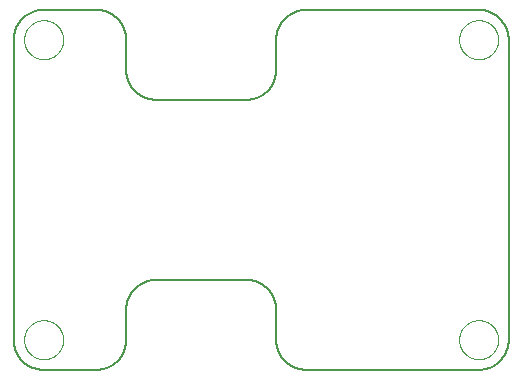
<source format=gbp>
G75*
%MOIN*%
%OFA0B0*%
%FSLAX25Y25*%
%IPPOS*%
%LPD*%
%AMOC8*
5,1,8,0,0,1.08239X$1,22.5*
%
%ADD10C,0.00800*%
%ADD11C,0.00000*%
D10*
X0012250Y0015449D02*
X0029750Y0015449D01*
X0029992Y0015452D01*
X0030233Y0015461D01*
X0030474Y0015475D01*
X0030715Y0015496D01*
X0030955Y0015522D01*
X0031195Y0015554D01*
X0031434Y0015592D01*
X0031671Y0015635D01*
X0031908Y0015685D01*
X0032143Y0015740D01*
X0032377Y0015800D01*
X0032609Y0015867D01*
X0032840Y0015938D01*
X0033069Y0016016D01*
X0033296Y0016099D01*
X0033521Y0016187D01*
X0033744Y0016281D01*
X0033964Y0016380D01*
X0034182Y0016485D01*
X0034397Y0016594D01*
X0034610Y0016709D01*
X0034820Y0016829D01*
X0035026Y0016954D01*
X0035230Y0017084D01*
X0035431Y0017219D01*
X0035628Y0017359D01*
X0035822Y0017503D01*
X0036012Y0017652D01*
X0036198Y0017806D01*
X0036381Y0017964D01*
X0036560Y0018126D01*
X0036735Y0018293D01*
X0036906Y0018464D01*
X0037073Y0018639D01*
X0037235Y0018818D01*
X0037393Y0019001D01*
X0037547Y0019187D01*
X0037696Y0019377D01*
X0037840Y0019571D01*
X0037980Y0019768D01*
X0038115Y0019969D01*
X0038245Y0020173D01*
X0038370Y0020379D01*
X0038490Y0020589D01*
X0038605Y0020802D01*
X0038714Y0021017D01*
X0038819Y0021235D01*
X0038918Y0021455D01*
X0039012Y0021678D01*
X0039100Y0021903D01*
X0039183Y0022130D01*
X0039261Y0022359D01*
X0039332Y0022590D01*
X0039399Y0022822D01*
X0039459Y0023056D01*
X0039514Y0023291D01*
X0039564Y0023528D01*
X0039607Y0023765D01*
X0039645Y0024004D01*
X0039677Y0024244D01*
X0039703Y0024484D01*
X0039724Y0024725D01*
X0039738Y0024966D01*
X0039747Y0025207D01*
X0039750Y0025449D01*
X0039750Y0035449D01*
X0039753Y0035691D01*
X0039762Y0035932D01*
X0039776Y0036173D01*
X0039797Y0036414D01*
X0039823Y0036654D01*
X0039855Y0036894D01*
X0039893Y0037133D01*
X0039936Y0037370D01*
X0039986Y0037607D01*
X0040041Y0037842D01*
X0040101Y0038076D01*
X0040168Y0038308D01*
X0040239Y0038539D01*
X0040317Y0038768D01*
X0040400Y0038995D01*
X0040488Y0039220D01*
X0040582Y0039443D01*
X0040681Y0039663D01*
X0040786Y0039881D01*
X0040895Y0040096D01*
X0041010Y0040309D01*
X0041130Y0040519D01*
X0041255Y0040725D01*
X0041385Y0040929D01*
X0041520Y0041130D01*
X0041660Y0041327D01*
X0041804Y0041521D01*
X0041953Y0041711D01*
X0042107Y0041897D01*
X0042265Y0042080D01*
X0042427Y0042259D01*
X0042594Y0042434D01*
X0042765Y0042605D01*
X0042940Y0042772D01*
X0043119Y0042934D01*
X0043302Y0043092D01*
X0043488Y0043246D01*
X0043678Y0043395D01*
X0043872Y0043539D01*
X0044069Y0043679D01*
X0044270Y0043814D01*
X0044474Y0043944D01*
X0044680Y0044069D01*
X0044890Y0044189D01*
X0045103Y0044304D01*
X0045318Y0044413D01*
X0045536Y0044518D01*
X0045756Y0044617D01*
X0045979Y0044711D01*
X0046204Y0044799D01*
X0046431Y0044882D01*
X0046660Y0044960D01*
X0046891Y0045031D01*
X0047123Y0045098D01*
X0047357Y0045158D01*
X0047592Y0045213D01*
X0047829Y0045263D01*
X0048066Y0045306D01*
X0048305Y0045344D01*
X0048545Y0045376D01*
X0048785Y0045402D01*
X0049026Y0045423D01*
X0049267Y0045437D01*
X0049508Y0045446D01*
X0049750Y0045449D01*
X0079750Y0045449D01*
X0079992Y0045446D01*
X0080233Y0045437D01*
X0080474Y0045423D01*
X0080715Y0045402D01*
X0080955Y0045376D01*
X0081195Y0045344D01*
X0081434Y0045306D01*
X0081671Y0045263D01*
X0081908Y0045213D01*
X0082143Y0045158D01*
X0082377Y0045098D01*
X0082609Y0045031D01*
X0082840Y0044960D01*
X0083069Y0044882D01*
X0083296Y0044799D01*
X0083521Y0044711D01*
X0083744Y0044617D01*
X0083964Y0044518D01*
X0084182Y0044413D01*
X0084397Y0044304D01*
X0084610Y0044189D01*
X0084820Y0044069D01*
X0085026Y0043944D01*
X0085230Y0043814D01*
X0085431Y0043679D01*
X0085628Y0043539D01*
X0085822Y0043395D01*
X0086012Y0043246D01*
X0086198Y0043092D01*
X0086381Y0042934D01*
X0086560Y0042772D01*
X0086735Y0042605D01*
X0086906Y0042434D01*
X0087073Y0042259D01*
X0087235Y0042080D01*
X0087393Y0041897D01*
X0087547Y0041711D01*
X0087696Y0041521D01*
X0087840Y0041327D01*
X0087980Y0041130D01*
X0088115Y0040929D01*
X0088245Y0040725D01*
X0088370Y0040519D01*
X0088490Y0040309D01*
X0088605Y0040096D01*
X0088714Y0039881D01*
X0088819Y0039663D01*
X0088918Y0039443D01*
X0089012Y0039220D01*
X0089100Y0038995D01*
X0089183Y0038768D01*
X0089261Y0038539D01*
X0089332Y0038308D01*
X0089399Y0038076D01*
X0089459Y0037842D01*
X0089514Y0037607D01*
X0089564Y0037370D01*
X0089607Y0037133D01*
X0089645Y0036894D01*
X0089677Y0036654D01*
X0089703Y0036414D01*
X0089724Y0036173D01*
X0089738Y0035932D01*
X0089747Y0035691D01*
X0089750Y0035449D01*
X0089750Y0025449D01*
X0089753Y0025207D01*
X0089762Y0024966D01*
X0089776Y0024725D01*
X0089797Y0024484D01*
X0089823Y0024244D01*
X0089855Y0024004D01*
X0089893Y0023765D01*
X0089936Y0023528D01*
X0089986Y0023291D01*
X0090041Y0023056D01*
X0090101Y0022822D01*
X0090168Y0022590D01*
X0090239Y0022359D01*
X0090317Y0022130D01*
X0090400Y0021903D01*
X0090488Y0021678D01*
X0090582Y0021455D01*
X0090681Y0021235D01*
X0090786Y0021017D01*
X0090895Y0020802D01*
X0091010Y0020589D01*
X0091130Y0020379D01*
X0091255Y0020173D01*
X0091385Y0019969D01*
X0091520Y0019768D01*
X0091660Y0019571D01*
X0091804Y0019377D01*
X0091953Y0019187D01*
X0092107Y0019001D01*
X0092265Y0018818D01*
X0092427Y0018639D01*
X0092594Y0018464D01*
X0092765Y0018293D01*
X0092940Y0018126D01*
X0093119Y0017964D01*
X0093302Y0017806D01*
X0093488Y0017652D01*
X0093678Y0017503D01*
X0093872Y0017359D01*
X0094069Y0017219D01*
X0094270Y0017084D01*
X0094474Y0016954D01*
X0094680Y0016829D01*
X0094890Y0016709D01*
X0095103Y0016594D01*
X0095318Y0016485D01*
X0095536Y0016380D01*
X0095756Y0016281D01*
X0095979Y0016187D01*
X0096204Y0016099D01*
X0096431Y0016016D01*
X0096660Y0015938D01*
X0096891Y0015867D01*
X0097123Y0015800D01*
X0097357Y0015740D01*
X0097592Y0015685D01*
X0097829Y0015635D01*
X0098066Y0015592D01*
X0098305Y0015554D01*
X0098545Y0015522D01*
X0098785Y0015496D01*
X0099026Y0015475D01*
X0099267Y0015461D01*
X0099508Y0015452D01*
X0099750Y0015449D01*
X0157250Y0015449D01*
X0157492Y0015452D01*
X0157733Y0015461D01*
X0157974Y0015475D01*
X0158215Y0015496D01*
X0158455Y0015522D01*
X0158695Y0015554D01*
X0158934Y0015592D01*
X0159171Y0015635D01*
X0159408Y0015685D01*
X0159643Y0015740D01*
X0159877Y0015800D01*
X0160109Y0015867D01*
X0160340Y0015938D01*
X0160569Y0016016D01*
X0160796Y0016099D01*
X0161021Y0016187D01*
X0161244Y0016281D01*
X0161464Y0016380D01*
X0161682Y0016485D01*
X0161897Y0016594D01*
X0162110Y0016709D01*
X0162320Y0016829D01*
X0162526Y0016954D01*
X0162730Y0017084D01*
X0162931Y0017219D01*
X0163128Y0017359D01*
X0163322Y0017503D01*
X0163512Y0017652D01*
X0163698Y0017806D01*
X0163881Y0017964D01*
X0164060Y0018126D01*
X0164235Y0018293D01*
X0164406Y0018464D01*
X0164573Y0018639D01*
X0164735Y0018818D01*
X0164893Y0019001D01*
X0165047Y0019187D01*
X0165196Y0019377D01*
X0165340Y0019571D01*
X0165480Y0019768D01*
X0165615Y0019969D01*
X0165745Y0020173D01*
X0165870Y0020379D01*
X0165990Y0020589D01*
X0166105Y0020802D01*
X0166214Y0021017D01*
X0166319Y0021235D01*
X0166418Y0021455D01*
X0166512Y0021678D01*
X0166600Y0021903D01*
X0166683Y0022130D01*
X0166761Y0022359D01*
X0166832Y0022590D01*
X0166899Y0022822D01*
X0166959Y0023056D01*
X0167014Y0023291D01*
X0167064Y0023528D01*
X0167107Y0023765D01*
X0167145Y0024004D01*
X0167177Y0024244D01*
X0167203Y0024484D01*
X0167224Y0024725D01*
X0167238Y0024966D01*
X0167247Y0025207D01*
X0167250Y0025449D01*
X0167250Y0125449D01*
X0167247Y0125691D01*
X0167238Y0125932D01*
X0167224Y0126173D01*
X0167203Y0126414D01*
X0167177Y0126654D01*
X0167145Y0126894D01*
X0167107Y0127133D01*
X0167064Y0127370D01*
X0167014Y0127607D01*
X0166959Y0127842D01*
X0166899Y0128076D01*
X0166832Y0128308D01*
X0166761Y0128539D01*
X0166683Y0128768D01*
X0166600Y0128995D01*
X0166512Y0129220D01*
X0166418Y0129443D01*
X0166319Y0129663D01*
X0166214Y0129881D01*
X0166105Y0130096D01*
X0165990Y0130309D01*
X0165870Y0130519D01*
X0165745Y0130725D01*
X0165615Y0130929D01*
X0165480Y0131130D01*
X0165340Y0131327D01*
X0165196Y0131521D01*
X0165047Y0131711D01*
X0164893Y0131897D01*
X0164735Y0132080D01*
X0164573Y0132259D01*
X0164406Y0132434D01*
X0164235Y0132605D01*
X0164060Y0132772D01*
X0163881Y0132934D01*
X0163698Y0133092D01*
X0163512Y0133246D01*
X0163322Y0133395D01*
X0163128Y0133539D01*
X0162931Y0133679D01*
X0162730Y0133814D01*
X0162526Y0133944D01*
X0162320Y0134069D01*
X0162110Y0134189D01*
X0161897Y0134304D01*
X0161682Y0134413D01*
X0161464Y0134518D01*
X0161244Y0134617D01*
X0161021Y0134711D01*
X0160796Y0134799D01*
X0160569Y0134882D01*
X0160340Y0134960D01*
X0160109Y0135031D01*
X0159877Y0135098D01*
X0159643Y0135158D01*
X0159408Y0135213D01*
X0159171Y0135263D01*
X0158934Y0135306D01*
X0158695Y0135344D01*
X0158455Y0135376D01*
X0158215Y0135402D01*
X0157974Y0135423D01*
X0157733Y0135437D01*
X0157492Y0135446D01*
X0157250Y0135449D01*
X0099750Y0135449D01*
X0099508Y0135446D01*
X0099267Y0135437D01*
X0099026Y0135423D01*
X0098785Y0135402D01*
X0098545Y0135376D01*
X0098305Y0135344D01*
X0098066Y0135306D01*
X0097829Y0135263D01*
X0097592Y0135213D01*
X0097357Y0135158D01*
X0097123Y0135098D01*
X0096891Y0135031D01*
X0096660Y0134960D01*
X0096431Y0134882D01*
X0096204Y0134799D01*
X0095979Y0134711D01*
X0095756Y0134617D01*
X0095536Y0134518D01*
X0095318Y0134413D01*
X0095103Y0134304D01*
X0094890Y0134189D01*
X0094680Y0134069D01*
X0094474Y0133944D01*
X0094270Y0133814D01*
X0094069Y0133679D01*
X0093872Y0133539D01*
X0093678Y0133395D01*
X0093488Y0133246D01*
X0093302Y0133092D01*
X0093119Y0132934D01*
X0092940Y0132772D01*
X0092765Y0132605D01*
X0092594Y0132434D01*
X0092427Y0132259D01*
X0092265Y0132080D01*
X0092107Y0131897D01*
X0091953Y0131711D01*
X0091804Y0131521D01*
X0091660Y0131327D01*
X0091520Y0131130D01*
X0091385Y0130929D01*
X0091255Y0130725D01*
X0091130Y0130519D01*
X0091010Y0130309D01*
X0090895Y0130096D01*
X0090786Y0129881D01*
X0090681Y0129663D01*
X0090582Y0129443D01*
X0090488Y0129220D01*
X0090400Y0128995D01*
X0090317Y0128768D01*
X0090239Y0128539D01*
X0090168Y0128308D01*
X0090101Y0128076D01*
X0090041Y0127842D01*
X0089986Y0127607D01*
X0089936Y0127370D01*
X0089893Y0127133D01*
X0089855Y0126894D01*
X0089823Y0126654D01*
X0089797Y0126414D01*
X0089776Y0126173D01*
X0089762Y0125932D01*
X0089753Y0125691D01*
X0089750Y0125449D01*
X0089750Y0115449D01*
X0089747Y0115207D01*
X0089738Y0114966D01*
X0089724Y0114725D01*
X0089703Y0114484D01*
X0089677Y0114244D01*
X0089645Y0114004D01*
X0089607Y0113765D01*
X0089564Y0113528D01*
X0089514Y0113291D01*
X0089459Y0113056D01*
X0089399Y0112822D01*
X0089332Y0112590D01*
X0089261Y0112359D01*
X0089183Y0112130D01*
X0089100Y0111903D01*
X0089012Y0111678D01*
X0088918Y0111455D01*
X0088819Y0111235D01*
X0088714Y0111017D01*
X0088605Y0110802D01*
X0088490Y0110589D01*
X0088370Y0110379D01*
X0088245Y0110173D01*
X0088115Y0109969D01*
X0087980Y0109768D01*
X0087840Y0109571D01*
X0087696Y0109377D01*
X0087547Y0109187D01*
X0087393Y0109001D01*
X0087235Y0108818D01*
X0087073Y0108639D01*
X0086906Y0108464D01*
X0086735Y0108293D01*
X0086560Y0108126D01*
X0086381Y0107964D01*
X0086198Y0107806D01*
X0086012Y0107652D01*
X0085822Y0107503D01*
X0085628Y0107359D01*
X0085431Y0107219D01*
X0085230Y0107084D01*
X0085026Y0106954D01*
X0084820Y0106829D01*
X0084610Y0106709D01*
X0084397Y0106594D01*
X0084182Y0106485D01*
X0083964Y0106380D01*
X0083744Y0106281D01*
X0083521Y0106187D01*
X0083296Y0106099D01*
X0083069Y0106016D01*
X0082840Y0105938D01*
X0082609Y0105867D01*
X0082377Y0105800D01*
X0082143Y0105740D01*
X0081908Y0105685D01*
X0081671Y0105635D01*
X0081434Y0105592D01*
X0081195Y0105554D01*
X0080955Y0105522D01*
X0080715Y0105496D01*
X0080474Y0105475D01*
X0080233Y0105461D01*
X0079992Y0105452D01*
X0079750Y0105449D01*
X0049750Y0105449D01*
X0049508Y0105452D01*
X0049267Y0105461D01*
X0049026Y0105475D01*
X0048785Y0105496D01*
X0048545Y0105522D01*
X0048305Y0105554D01*
X0048066Y0105592D01*
X0047829Y0105635D01*
X0047592Y0105685D01*
X0047357Y0105740D01*
X0047123Y0105800D01*
X0046891Y0105867D01*
X0046660Y0105938D01*
X0046431Y0106016D01*
X0046204Y0106099D01*
X0045979Y0106187D01*
X0045756Y0106281D01*
X0045536Y0106380D01*
X0045318Y0106485D01*
X0045103Y0106594D01*
X0044890Y0106709D01*
X0044680Y0106829D01*
X0044474Y0106954D01*
X0044270Y0107084D01*
X0044069Y0107219D01*
X0043872Y0107359D01*
X0043678Y0107503D01*
X0043488Y0107652D01*
X0043302Y0107806D01*
X0043119Y0107964D01*
X0042940Y0108126D01*
X0042765Y0108293D01*
X0042594Y0108464D01*
X0042427Y0108639D01*
X0042265Y0108818D01*
X0042107Y0109001D01*
X0041953Y0109187D01*
X0041804Y0109377D01*
X0041660Y0109571D01*
X0041520Y0109768D01*
X0041385Y0109969D01*
X0041255Y0110173D01*
X0041130Y0110379D01*
X0041010Y0110589D01*
X0040895Y0110802D01*
X0040786Y0111017D01*
X0040681Y0111235D01*
X0040582Y0111455D01*
X0040488Y0111678D01*
X0040400Y0111903D01*
X0040317Y0112130D01*
X0040239Y0112359D01*
X0040168Y0112590D01*
X0040101Y0112822D01*
X0040041Y0113056D01*
X0039986Y0113291D01*
X0039936Y0113528D01*
X0039893Y0113765D01*
X0039855Y0114004D01*
X0039823Y0114244D01*
X0039797Y0114484D01*
X0039776Y0114725D01*
X0039762Y0114966D01*
X0039753Y0115207D01*
X0039750Y0115449D01*
X0039750Y0125449D01*
X0039747Y0125691D01*
X0039738Y0125932D01*
X0039724Y0126173D01*
X0039703Y0126414D01*
X0039677Y0126654D01*
X0039645Y0126894D01*
X0039607Y0127133D01*
X0039564Y0127370D01*
X0039514Y0127607D01*
X0039459Y0127842D01*
X0039399Y0128076D01*
X0039332Y0128308D01*
X0039261Y0128539D01*
X0039183Y0128768D01*
X0039100Y0128995D01*
X0039012Y0129220D01*
X0038918Y0129443D01*
X0038819Y0129663D01*
X0038714Y0129881D01*
X0038605Y0130096D01*
X0038490Y0130309D01*
X0038370Y0130519D01*
X0038245Y0130725D01*
X0038115Y0130929D01*
X0037980Y0131130D01*
X0037840Y0131327D01*
X0037696Y0131521D01*
X0037547Y0131711D01*
X0037393Y0131897D01*
X0037235Y0132080D01*
X0037073Y0132259D01*
X0036906Y0132434D01*
X0036735Y0132605D01*
X0036560Y0132772D01*
X0036381Y0132934D01*
X0036198Y0133092D01*
X0036012Y0133246D01*
X0035822Y0133395D01*
X0035628Y0133539D01*
X0035431Y0133679D01*
X0035230Y0133814D01*
X0035026Y0133944D01*
X0034820Y0134069D01*
X0034610Y0134189D01*
X0034397Y0134304D01*
X0034182Y0134413D01*
X0033964Y0134518D01*
X0033744Y0134617D01*
X0033521Y0134711D01*
X0033296Y0134799D01*
X0033069Y0134882D01*
X0032840Y0134960D01*
X0032609Y0135031D01*
X0032377Y0135098D01*
X0032143Y0135158D01*
X0031908Y0135213D01*
X0031671Y0135263D01*
X0031434Y0135306D01*
X0031195Y0135344D01*
X0030955Y0135376D01*
X0030715Y0135402D01*
X0030474Y0135423D01*
X0030233Y0135437D01*
X0029992Y0135446D01*
X0029750Y0135449D01*
X0012250Y0135449D01*
X0012008Y0135446D01*
X0011767Y0135437D01*
X0011526Y0135423D01*
X0011285Y0135402D01*
X0011045Y0135376D01*
X0010805Y0135344D01*
X0010566Y0135306D01*
X0010329Y0135263D01*
X0010092Y0135213D01*
X0009857Y0135158D01*
X0009623Y0135098D01*
X0009391Y0135031D01*
X0009160Y0134960D01*
X0008931Y0134882D01*
X0008704Y0134799D01*
X0008479Y0134711D01*
X0008256Y0134617D01*
X0008036Y0134518D01*
X0007818Y0134413D01*
X0007603Y0134304D01*
X0007390Y0134189D01*
X0007180Y0134069D01*
X0006974Y0133944D01*
X0006770Y0133814D01*
X0006569Y0133679D01*
X0006372Y0133539D01*
X0006178Y0133395D01*
X0005988Y0133246D01*
X0005802Y0133092D01*
X0005619Y0132934D01*
X0005440Y0132772D01*
X0005265Y0132605D01*
X0005094Y0132434D01*
X0004927Y0132259D01*
X0004765Y0132080D01*
X0004607Y0131897D01*
X0004453Y0131711D01*
X0004304Y0131521D01*
X0004160Y0131327D01*
X0004020Y0131130D01*
X0003885Y0130929D01*
X0003755Y0130725D01*
X0003630Y0130519D01*
X0003510Y0130309D01*
X0003395Y0130096D01*
X0003286Y0129881D01*
X0003181Y0129663D01*
X0003082Y0129443D01*
X0002988Y0129220D01*
X0002900Y0128995D01*
X0002817Y0128768D01*
X0002739Y0128539D01*
X0002668Y0128308D01*
X0002601Y0128076D01*
X0002541Y0127842D01*
X0002486Y0127607D01*
X0002436Y0127370D01*
X0002393Y0127133D01*
X0002355Y0126894D01*
X0002323Y0126654D01*
X0002297Y0126414D01*
X0002276Y0126173D01*
X0002262Y0125932D01*
X0002253Y0125691D01*
X0002250Y0125449D01*
X0002250Y0025449D01*
X0002253Y0025207D01*
X0002262Y0024966D01*
X0002276Y0024725D01*
X0002297Y0024484D01*
X0002323Y0024244D01*
X0002355Y0024004D01*
X0002393Y0023765D01*
X0002436Y0023528D01*
X0002486Y0023291D01*
X0002541Y0023056D01*
X0002601Y0022822D01*
X0002668Y0022590D01*
X0002739Y0022359D01*
X0002817Y0022130D01*
X0002900Y0021903D01*
X0002988Y0021678D01*
X0003082Y0021455D01*
X0003181Y0021235D01*
X0003286Y0021017D01*
X0003395Y0020802D01*
X0003510Y0020589D01*
X0003630Y0020379D01*
X0003755Y0020173D01*
X0003885Y0019969D01*
X0004020Y0019768D01*
X0004160Y0019571D01*
X0004304Y0019377D01*
X0004453Y0019187D01*
X0004607Y0019001D01*
X0004765Y0018818D01*
X0004927Y0018639D01*
X0005094Y0018464D01*
X0005265Y0018293D01*
X0005440Y0018126D01*
X0005619Y0017964D01*
X0005802Y0017806D01*
X0005988Y0017652D01*
X0006178Y0017503D01*
X0006372Y0017359D01*
X0006569Y0017219D01*
X0006770Y0017084D01*
X0006974Y0016954D01*
X0007180Y0016829D01*
X0007390Y0016709D01*
X0007603Y0016594D01*
X0007818Y0016485D01*
X0008036Y0016380D01*
X0008256Y0016281D01*
X0008479Y0016187D01*
X0008704Y0016099D01*
X0008931Y0016016D01*
X0009160Y0015938D01*
X0009391Y0015867D01*
X0009623Y0015800D01*
X0009857Y0015740D01*
X0010092Y0015685D01*
X0010329Y0015635D01*
X0010566Y0015592D01*
X0010805Y0015554D01*
X0011045Y0015522D01*
X0011285Y0015496D01*
X0011526Y0015475D01*
X0011767Y0015461D01*
X0012008Y0015452D01*
X0012250Y0015449D01*
D11*
X0005750Y0025449D02*
X0005752Y0025610D01*
X0005758Y0025770D01*
X0005768Y0025931D01*
X0005782Y0026091D01*
X0005800Y0026251D01*
X0005821Y0026410D01*
X0005847Y0026569D01*
X0005877Y0026727D01*
X0005910Y0026884D01*
X0005948Y0027041D01*
X0005989Y0027196D01*
X0006034Y0027350D01*
X0006083Y0027503D01*
X0006136Y0027655D01*
X0006192Y0027806D01*
X0006253Y0027955D01*
X0006316Y0028103D01*
X0006384Y0028249D01*
X0006455Y0028393D01*
X0006529Y0028535D01*
X0006607Y0028676D01*
X0006689Y0028814D01*
X0006774Y0028951D01*
X0006862Y0029085D01*
X0006954Y0029217D01*
X0007049Y0029347D01*
X0007147Y0029475D01*
X0007248Y0029600D01*
X0007352Y0029722D01*
X0007459Y0029842D01*
X0007569Y0029959D01*
X0007682Y0030074D01*
X0007798Y0030185D01*
X0007917Y0030294D01*
X0008038Y0030399D01*
X0008162Y0030502D01*
X0008288Y0030602D01*
X0008416Y0030698D01*
X0008547Y0030791D01*
X0008681Y0030881D01*
X0008816Y0030968D01*
X0008954Y0031051D01*
X0009093Y0031131D01*
X0009235Y0031207D01*
X0009378Y0031280D01*
X0009523Y0031349D01*
X0009670Y0031415D01*
X0009818Y0031477D01*
X0009968Y0031535D01*
X0010119Y0031590D01*
X0010272Y0031641D01*
X0010426Y0031688D01*
X0010581Y0031731D01*
X0010737Y0031770D01*
X0010893Y0031806D01*
X0011051Y0031837D01*
X0011209Y0031865D01*
X0011368Y0031889D01*
X0011528Y0031909D01*
X0011688Y0031925D01*
X0011848Y0031937D01*
X0012009Y0031945D01*
X0012170Y0031949D01*
X0012330Y0031949D01*
X0012491Y0031945D01*
X0012652Y0031937D01*
X0012812Y0031925D01*
X0012972Y0031909D01*
X0013132Y0031889D01*
X0013291Y0031865D01*
X0013449Y0031837D01*
X0013607Y0031806D01*
X0013763Y0031770D01*
X0013919Y0031731D01*
X0014074Y0031688D01*
X0014228Y0031641D01*
X0014381Y0031590D01*
X0014532Y0031535D01*
X0014682Y0031477D01*
X0014830Y0031415D01*
X0014977Y0031349D01*
X0015122Y0031280D01*
X0015265Y0031207D01*
X0015407Y0031131D01*
X0015546Y0031051D01*
X0015684Y0030968D01*
X0015819Y0030881D01*
X0015953Y0030791D01*
X0016084Y0030698D01*
X0016212Y0030602D01*
X0016338Y0030502D01*
X0016462Y0030399D01*
X0016583Y0030294D01*
X0016702Y0030185D01*
X0016818Y0030074D01*
X0016931Y0029959D01*
X0017041Y0029842D01*
X0017148Y0029722D01*
X0017252Y0029600D01*
X0017353Y0029475D01*
X0017451Y0029347D01*
X0017546Y0029217D01*
X0017638Y0029085D01*
X0017726Y0028951D01*
X0017811Y0028814D01*
X0017893Y0028676D01*
X0017971Y0028535D01*
X0018045Y0028393D01*
X0018116Y0028249D01*
X0018184Y0028103D01*
X0018247Y0027955D01*
X0018308Y0027806D01*
X0018364Y0027655D01*
X0018417Y0027503D01*
X0018466Y0027350D01*
X0018511Y0027196D01*
X0018552Y0027041D01*
X0018590Y0026884D01*
X0018623Y0026727D01*
X0018653Y0026569D01*
X0018679Y0026410D01*
X0018700Y0026251D01*
X0018718Y0026091D01*
X0018732Y0025931D01*
X0018742Y0025770D01*
X0018748Y0025610D01*
X0018750Y0025449D01*
X0018748Y0025288D01*
X0018742Y0025128D01*
X0018732Y0024967D01*
X0018718Y0024807D01*
X0018700Y0024647D01*
X0018679Y0024488D01*
X0018653Y0024329D01*
X0018623Y0024171D01*
X0018590Y0024014D01*
X0018552Y0023857D01*
X0018511Y0023702D01*
X0018466Y0023548D01*
X0018417Y0023395D01*
X0018364Y0023243D01*
X0018308Y0023092D01*
X0018247Y0022943D01*
X0018184Y0022795D01*
X0018116Y0022649D01*
X0018045Y0022505D01*
X0017971Y0022363D01*
X0017893Y0022222D01*
X0017811Y0022084D01*
X0017726Y0021947D01*
X0017638Y0021813D01*
X0017546Y0021681D01*
X0017451Y0021551D01*
X0017353Y0021423D01*
X0017252Y0021298D01*
X0017148Y0021176D01*
X0017041Y0021056D01*
X0016931Y0020939D01*
X0016818Y0020824D01*
X0016702Y0020713D01*
X0016583Y0020604D01*
X0016462Y0020499D01*
X0016338Y0020396D01*
X0016212Y0020296D01*
X0016084Y0020200D01*
X0015953Y0020107D01*
X0015819Y0020017D01*
X0015684Y0019930D01*
X0015546Y0019847D01*
X0015407Y0019767D01*
X0015265Y0019691D01*
X0015122Y0019618D01*
X0014977Y0019549D01*
X0014830Y0019483D01*
X0014682Y0019421D01*
X0014532Y0019363D01*
X0014381Y0019308D01*
X0014228Y0019257D01*
X0014074Y0019210D01*
X0013919Y0019167D01*
X0013763Y0019128D01*
X0013607Y0019092D01*
X0013449Y0019061D01*
X0013291Y0019033D01*
X0013132Y0019009D01*
X0012972Y0018989D01*
X0012812Y0018973D01*
X0012652Y0018961D01*
X0012491Y0018953D01*
X0012330Y0018949D01*
X0012170Y0018949D01*
X0012009Y0018953D01*
X0011848Y0018961D01*
X0011688Y0018973D01*
X0011528Y0018989D01*
X0011368Y0019009D01*
X0011209Y0019033D01*
X0011051Y0019061D01*
X0010893Y0019092D01*
X0010737Y0019128D01*
X0010581Y0019167D01*
X0010426Y0019210D01*
X0010272Y0019257D01*
X0010119Y0019308D01*
X0009968Y0019363D01*
X0009818Y0019421D01*
X0009670Y0019483D01*
X0009523Y0019549D01*
X0009378Y0019618D01*
X0009235Y0019691D01*
X0009093Y0019767D01*
X0008954Y0019847D01*
X0008816Y0019930D01*
X0008681Y0020017D01*
X0008547Y0020107D01*
X0008416Y0020200D01*
X0008288Y0020296D01*
X0008162Y0020396D01*
X0008038Y0020499D01*
X0007917Y0020604D01*
X0007798Y0020713D01*
X0007682Y0020824D01*
X0007569Y0020939D01*
X0007459Y0021056D01*
X0007352Y0021176D01*
X0007248Y0021298D01*
X0007147Y0021423D01*
X0007049Y0021551D01*
X0006954Y0021681D01*
X0006862Y0021813D01*
X0006774Y0021947D01*
X0006689Y0022084D01*
X0006607Y0022222D01*
X0006529Y0022363D01*
X0006455Y0022505D01*
X0006384Y0022649D01*
X0006316Y0022795D01*
X0006253Y0022943D01*
X0006192Y0023092D01*
X0006136Y0023243D01*
X0006083Y0023395D01*
X0006034Y0023548D01*
X0005989Y0023702D01*
X0005948Y0023857D01*
X0005910Y0024014D01*
X0005877Y0024171D01*
X0005847Y0024329D01*
X0005821Y0024488D01*
X0005800Y0024647D01*
X0005782Y0024807D01*
X0005768Y0024967D01*
X0005758Y0025128D01*
X0005752Y0025288D01*
X0005750Y0025449D01*
X0005750Y0125449D02*
X0005752Y0125610D01*
X0005758Y0125770D01*
X0005768Y0125931D01*
X0005782Y0126091D01*
X0005800Y0126251D01*
X0005821Y0126410D01*
X0005847Y0126569D01*
X0005877Y0126727D01*
X0005910Y0126884D01*
X0005948Y0127041D01*
X0005989Y0127196D01*
X0006034Y0127350D01*
X0006083Y0127503D01*
X0006136Y0127655D01*
X0006192Y0127806D01*
X0006253Y0127955D01*
X0006316Y0128103D01*
X0006384Y0128249D01*
X0006455Y0128393D01*
X0006529Y0128535D01*
X0006607Y0128676D01*
X0006689Y0128814D01*
X0006774Y0128951D01*
X0006862Y0129085D01*
X0006954Y0129217D01*
X0007049Y0129347D01*
X0007147Y0129475D01*
X0007248Y0129600D01*
X0007352Y0129722D01*
X0007459Y0129842D01*
X0007569Y0129959D01*
X0007682Y0130074D01*
X0007798Y0130185D01*
X0007917Y0130294D01*
X0008038Y0130399D01*
X0008162Y0130502D01*
X0008288Y0130602D01*
X0008416Y0130698D01*
X0008547Y0130791D01*
X0008681Y0130881D01*
X0008816Y0130968D01*
X0008954Y0131051D01*
X0009093Y0131131D01*
X0009235Y0131207D01*
X0009378Y0131280D01*
X0009523Y0131349D01*
X0009670Y0131415D01*
X0009818Y0131477D01*
X0009968Y0131535D01*
X0010119Y0131590D01*
X0010272Y0131641D01*
X0010426Y0131688D01*
X0010581Y0131731D01*
X0010737Y0131770D01*
X0010893Y0131806D01*
X0011051Y0131837D01*
X0011209Y0131865D01*
X0011368Y0131889D01*
X0011528Y0131909D01*
X0011688Y0131925D01*
X0011848Y0131937D01*
X0012009Y0131945D01*
X0012170Y0131949D01*
X0012330Y0131949D01*
X0012491Y0131945D01*
X0012652Y0131937D01*
X0012812Y0131925D01*
X0012972Y0131909D01*
X0013132Y0131889D01*
X0013291Y0131865D01*
X0013449Y0131837D01*
X0013607Y0131806D01*
X0013763Y0131770D01*
X0013919Y0131731D01*
X0014074Y0131688D01*
X0014228Y0131641D01*
X0014381Y0131590D01*
X0014532Y0131535D01*
X0014682Y0131477D01*
X0014830Y0131415D01*
X0014977Y0131349D01*
X0015122Y0131280D01*
X0015265Y0131207D01*
X0015407Y0131131D01*
X0015546Y0131051D01*
X0015684Y0130968D01*
X0015819Y0130881D01*
X0015953Y0130791D01*
X0016084Y0130698D01*
X0016212Y0130602D01*
X0016338Y0130502D01*
X0016462Y0130399D01*
X0016583Y0130294D01*
X0016702Y0130185D01*
X0016818Y0130074D01*
X0016931Y0129959D01*
X0017041Y0129842D01*
X0017148Y0129722D01*
X0017252Y0129600D01*
X0017353Y0129475D01*
X0017451Y0129347D01*
X0017546Y0129217D01*
X0017638Y0129085D01*
X0017726Y0128951D01*
X0017811Y0128814D01*
X0017893Y0128676D01*
X0017971Y0128535D01*
X0018045Y0128393D01*
X0018116Y0128249D01*
X0018184Y0128103D01*
X0018247Y0127955D01*
X0018308Y0127806D01*
X0018364Y0127655D01*
X0018417Y0127503D01*
X0018466Y0127350D01*
X0018511Y0127196D01*
X0018552Y0127041D01*
X0018590Y0126884D01*
X0018623Y0126727D01*
X0018653Y0126569D01*
X0018679Y0126410D01*
X0018700Y0126251D01*
X0018718Y0126091D01*
X0018732Y0125931D01*
X0018742Y0125770D01*
X0018748Y0125610D01*
X0018750Y0125449D01*
X0018748Y0125288D01*
X0018742Y0125128D01*
X0018732Y0124967D01*
X0018718Y0124807D01*
X0018700Y0124647D01*
X0018679Y0124488D01*
X0018653Y0124329D01*
X0018623Y0124171D01*
X0018590Y0124014D01*
X0018552Y0123857D01*
X0018511Y0123702D01*
X0018466Y0123548D01*
X0018417Y0123395D01*
X0018364Y0123243D01*
X0018308Y0123092D01*
X0018247Y0122943D01*
X0018184Y0122795D01*
X0018116Y0122649D01*
X0018045Y0122505D01*
X0017971Y0122363D01*
X0017893Y0122222D01*
X0017811Y0122084D01*
X0017726Y0121947D01*
X0017638Y0121813D01*
X0017546Y0121681D01*
X0017451Y0121551D01*
X0017353Y0121423D01*
X0017252Y0121298D01*
X0017148Y0121176D01*
X0017041Y0121056D01*
X0016931Y0120939D01*
X0016818Y0120824D01*
X0016702Y0120713D01*
X0016583Y0120604D01*
X0016462Y0120499D01*
X0016338Y0120396D01*
X0016212Y0120296D01*
X0016084Y0120200D01*
X0015953Y0120107D01*
X0015819Y0120017D01*
X0015684Y0119930D01*
X0015546Y0119847D01*
X0015407Y0119767D01*
X0015265Y0119691D01*
X0015122Y0119618D01*
X0014977Y0119549D01*
X0014830Y0119483D01*
X0014682Y0119421D01*
X0014532Y0119363D01*
X0014381Y0119308D01*
X0014228Y0119257D01*
X0014074Y0119210D01*
X0013919Y0119167D01*
X0013763Y0119128D01*
X0013607Y0119092D01*
X0013449Y0119061D01*
X0013291Y0119033D01*
X0013132Y0119009D01*
X0012972Y0118989D01*
X0012812Y0118973D01*
X0012652Y0118961D01*
X0012491Y0118953D01*
X0012330Y0118949D01*
X0012170Y0118949D01*
X0012009Y0118953D01*
X0011848Y0118961D01*
X0011688Y0118973D01*
X0011528Y0118989D01*
X0011368Y0119009D01*
X0011209Y0119033D01*
X0011051Y0119061D01*
X0010893Y0119092D01*
X0010737Y0119128D01*
X0010581Y0119167D01*
X0010426Y0119210D01*
X0010272Y0119257D01*
X0010119Y0119308D01*
X0009968Y0119363D01*
X0009818Y0119421D01*
X0009670Y0119483D01*
X0009523Y0119549D01*
X0009378Y0119618D01*
X0009235Y0119691D01*
X0009093Y0119767D01*
X0008954Y0119847D01*
X0008816Y0119930D01*
X0008681Y0120017D01*
X0008547Y0120107D01*
X0008416Y0120200D01*
X0008288Y0120296D01*
X0008162Y0120396D01*
X0008038Y0120499D01*
X0007917Y0120604D01*
X0007798Y0120713D01*
X0007682Y0120824D01*
X0007569Y0120939D01*
X0007459Y0121056D01*
X0007352Y0121176D01*
X0007248Y0121298D01*
X0007147Y0121423D01*
X0007049Y0121551D01*
X0006954Y0121681D01*
X0006862Y0121813D01*
X0006774Y0121947D01*
X0006689Y0122084D01*
X0006607Y0122222D01*
X0006529Y0122363D01*
X0006455Y0122505D01*
X0006384Y0122649D01*
X0006316Y0122795D01*
X0006253Y0122943D01*
X0006192Y0123092D01*
X0006136Y0123243D01*
X0006083Y0123395D01*
X0006034Y0123548D01*
X0005989Y0123702D01*
X0005948Y0123857D01*
X0005910Y0124014D01*
X0005877Y0124171D01*
X0005847Y0124329D01*
X0005821Y0124488D01*
X0005800Y0124647D01*
X0005782Y0124807D01*
X0005768Y0124967D01*
X0005758Y0125128D01*
X0005752Y0125288D01*
X0005750Y0125449D01*
X0150750Y0125449D02*
X0150752Y0125610D01*
X0150758Y0125770D01*
X0150768Y0125931D01*
X0150782Y0126091D01*
X0150800Y0126251D01*
X0150821Y0126410D01*
X0150847Y0126569D01*
X0150877Y0126727D01*
X0150910Y0126884D01*
X0150948Y0127041D01*
X0150989Y0127196D01*
X0151034Y0127350D01*
X0151083Y0127503D01*
X0151136Y0127655D01*
X0151192Y0127806D01*
X0151253Y0127955D01*
X0151316Y0128103D01*
X0151384Y0128249D01*
X0151455Y0128393D01*
X0151529Y0128535D01*
X0151607Y0128676D01*
X0151689Y0128814D01*
X0151774Y0128951D01*
X0151862Y0129085D01*
X0151954Y0129217D01*
X0152049Y0129347D01*
X0152147Y0129475D01*
X0152248Y0129600D01*
X0152352Y0129722D01*
X0152459Y0129842D01*
X0152569Y0129959D01*
X0152682Y0130074D01*
X0152798Y0130185D01*
X0152917Y0130294D01*
X0153038Y0130399D01*
X0153162Y0130502D01*
X0153288Y0130602D01*
X0153416Y0130698D01*
X0153547Y0130791D01*
X0153681Y0130881D01*
X0153816Y0130968D01*
X0153954Y0131051D01*
X0154093Y0131131D01*
X0154235Y0131207D01*
X0154378Y0131280D01*
X0154523Y0131349D01*
X0154670Y0131415D01*
X0154818Y0131477D01*
X0154968Y0131535D01*
X0155119Y0131590D01*
X0155272Y0131641D01*
X0155426Y0131688D01*
X0155581Y0131731D01*
X0155737Y0131770D01*
X0155893Y0131806D01*
X0156051Y0131837D01*
X0156209Y0131865D01*
X0156368Y0131889D01*
X0156528Y0131909D01*
X0156688Y0131925D01*
X0156848Y0131937D01*
X0157009Y0131945D01*
X0157170Y0131949D01*
X0157330Y0131949D01*
X0157491Y0131945D01*
X0157652Y0131937D01*
X0157812Y0131925D01*
X0157972Y0131909D01*
X0158132Y0131889D01*
X0158291Y0131865D01*
X0158449Y0131837D01*
X0158607Y0131806D01*
X0158763Y0131770D01*
X0158919Y0131731D01*
X0159074Y0131688D01*
X0159228Y0131641D01*
X0159381Y0131590D01*
X0159532Y0131535D01*
X0159682Y0131477D01*
X0159830Y0131415D01*
X0159977Y0131349D01*
X0160122Y0131280D01*
X0160265Y0131207D01*
X0160407Y0131131D01*
X0160546Y0131051D01*
X0160684Y0130968D01*
X0160819Y0130881D01*
X0160953Y0130791D01*
X0161084Y0130698D01*
X0161212Y0130602D01*
X0161338Y0130502D01*
X0161462Y0130399D01*
X0161583Y0130294D01*
X0161702Y0130185D01*
X0161818Y0130074D01*
X0161931Y0129959D01*
X0162041Y0129842D01*
X0162148Y0129722D01*
X0162252Y0129600D01*
X0162353Y0129475D01*
X0162451Y0129347D01*
X0162546Y0129217D01*
X0162638Y0129085D01*
X0162726Y0128951D01*
X0162811Y0128814D01*
X0162893Y0128676D01*
X0162971Y0128535D01*
X0163045Y0128393D01*
X0163116Y0128249D01*
X0163184Y0128103D01*
X0163247Y0127955D01*
X0163308Y0127806D01*
X0163364Y0127655D01*
X0163417Y0127503D01*
X0163466Y0127350D01*
X0163511Y0127196D01*
X0163552Y0127041D01*
X0163590Y0126884D01*
X0163623Y0126727D01*
X0163653Y0126569D01*
X0163679Y0126410D01*
X0163700Y0126251D01*
X0163718Y0126091D01*
X0163732Y0125931D01*
X0163742Y0125770D01*
X0163748Y0125610D01*
X0163750Y0125449D01*
X0163748Y0125288D01*
X0163742Y0125128D01*
X0163732Y0124967D01*
X0163718Y0124807D01*
X0163700Y0124647D01*
X0163679Y0124488D01*
X0163653Y0124329D01*
X0163623Y0124171D01*
X0163590Y0124014D01*
X0163552Y0123857D01*
X0163511Y0123702D01*
X0163466Y0123548D01*
X0163417Y0123395D01*
X0163364Y0123243D01*
X0163308Y0123092D01*
X0163247Y0122943D01*
X0163184Y0122795D01*
X0163116Y0122649D01*
X0163045Y0122505D01*
X0162971Y0122363D01*
X0162893Y0122222D01*
X0162811Y0122084D01*
X0162726Y0121947D01*
X0162638Y0121813D01*
X0162546Y0121681D01*
X0162451Y0121551D01*
X0162353Y0121423D01*
X0162252Y0121298D01*
X0162148Y0121176D01*
X0162041Y0121056D01*
X0161931Y0120939D01*
X0161818Y0120824D01*
X0161702Y0120713D01*
X0161583Y0120604D01*
X0161462Y0120499D01*
X0161338Y0120396D01*
X0161212Y0120296D01*
X0161084Y0120200D01*
X0160953Y0120107D01*
X0160819Y0120017D01*
X0160684Y0119930D01*
X0160546Y0119847D01*
X0160407Y0119767D01*
X0160265Y0119691D01*
X0160122Y0119618D01*
X0159977Y0119549D01*
X0159830Y0119483D01*
X0159682Y0119421D01*
X0159532Y0119363D01*
X0159381Y0119308D01*
X0159228Y0119257D01*
X0159074Y0119210D01*
X0158919Y0119167D01*
X0158763Y0119128D01*
X0158607Y0119092D01*
X0158449Y0119061D01*
X0158291Y0119033D01*
X0158132Y0119009D01*
X0157972Y0118989D01*
X0157812Y0118973D01*
X0157652Y0118961D01*
X0157491Y0118953D01*
X0157330Y0118949D01*
X0157170Y0118949D01*
X0157009Y0118953D01*
X0156848Y0118961D01*
X0156688Y0118973D01*
X0156528Y0118989D01*
X0156368Y0119009D01*
X0156209Y0119033D01*
X0156051Y0119061D01*
X0155893Y0119092D01*
X0155737Y0119128D01*
X0155581Y0119167D01*
X0155426Y0119210D01*
X0155272Y0119257D01*
X0155119Y0119308D01*
X0154968Y0119363D01*
X0154818Y0119421D01*
X0154670Y0119483D01*
X0154523Y0119549D01*
X0154378Y0119618D01*
X0154235Y0119691D01*
X0154093Y0119767D01*
X0153954Y0119847D01*
X0153816Y0119930D01*
X0153681Y0120017D01*
X0153547Y0120107D01*
X0153416Y0120200D01*
X0153288Y0120296D01*
X0153162Y0120396D01*
X0153038Y0120499D01*
X0152917Y0120604D01*
X0152798Y0120713D01*
X0152682Y0120824D01*
X0152569Y0120939D01*
X0152459Y0121056D01*
X0152352Y0121176D01*
X0152248Y0121298D01*
X0152147Y0121423D01*
X0152049Y0121551D01*
X0151954Y0121681D01*
X0151862Y0121813D01*
X0151774Y0121947D01*
X0151689Y0122084D01*
X0151607Y0122222D01*
X0151529Y0122363D01*
X0151455Y0122505D01*
X0151384Y0122649D01*
X0151316Y0122795D01*
X0151253Y0122943D01*
X0151192Y0123092D01*
X0151136Y0123243D01*
X0151083Y0123395D01*
X0151034Y0123548D01*
X0150989Y0123702D01*
X0150948Y0123857D01*
X0150910Y0124014D01*
X0150877Y0124171D01*
X0150847Y0124329D01*
X0150821Y0124488D01*
X0150800Y0124647D01*
X0150782Y0124807D01*
X0150768Y0124967D01*
X0150758Y0125128D01*
X0150752Y0125288D01*
X0150750Y0125449D01*
X0150750Y0025449D02*
X0150752Y0025610D01*
X0150758Y0025770D01*
X0150768Y0025931D01*
X0150782Y0026091D01*
X0150800Y0026251D01*
X0150821Y0026410D01*
X0150847Y0026569D01*
X0150877Y0026727D01*
X0150910Y0026884D01*
X0150948Y0027041D01*
X0150989Y0027196D01*
X0151034Y0027350D01*
X0151083Y0027503D01*
X0151136Y0027655D01*
X0151192Y0027806D01*
X0151253Y0027955D01*
X0151316Y0028103D01*
X0151384Y0028249D01*
X0151455Y0028393D01*
X0151529Y0028535D01*
X0151607Y0028676D01*
X0151689Y0028814D01*
X0151774Y0028951D01*
X0151862Y0029085D01*
X0151954Y0029217D01*
X0152049Y0029347D01*
X0152147Y0029475D01*
X0152248Y0029600D01*
X0152352Y0029722D01*
X0152459Y0029842D01*
X0152569Y0029959D01*
X0152682Y0030074D01*
X0152798Y0030185D01*
X0152917Y0030294D01*
X0153038Y0030399D01*
X0153162Y0030502D01*
X0153288Y0030602D01*
X0153416Y0030698D01*
X0153547Y0030791D01*
X0153681Y0030881D01*
X0153816Y0030968D01*
X0153954Y0031051D01*
X0154093Y0031131D01*
X0154235Y0031207D01*
X0154378Y0031280D01*
X0154523Y0031349D01*
X0154670Y0031415D01*
X0154818Y0031477D01*
X0154968Y0031535D01*
X0155119Y0031590D01*
X0155272Y0031641D01*
X0155426Y0031688D01*
X0155581Y0031731D01*
X0155737Y0031770D01*
X0155893Y0031806D01*
X0156051Y0031837D01*
X0156209Y0031865D01*
X0156368Y0031889D01*
X0156528Y0031909D01*
X0156688Y0031925D01*
X0156848Y0031937D01*
X0157009Y0031945D01*
X0157170Y0031949D01*
X0157330Y0031949D01*
X0157491Y0031945D01*
X0157652Y0031937D01*
X0157812Y0031925D01*
X0157972Y0031909D01*
X0158132Y0031889D01*
X0158291Y0031865D01*
X0158449Y0031837D01*
X0158607Y0031806D01*
X0158763Y0031770D01*
X0158919Y0031731D01*
X0159074Y0031688D01*
X0159228Y0031641D01*
X0159381Y0031590D01*
X0159532Y0031535D01*
X0159682Y0031477D01*
X0159830Y0031415D01*
X0159977Y0031349D01*
X0160122Y0031280D01*
X0160265Y0031207D01*
X0160407Y0031131D01*
X0160546Y0031051D01*
X0160684Y0030968D01*
X0160819Y0030881D01*
X0160953Y0030791D01*
X0161084Y0030698D01*
X0161212Y0030602D01*
X0161338Y0030502D01*
X0161462Y0030399D01*
X0161583Y0030294D01*
X0161702Y0030185D01*
X0161818Y0030074D01*
X0161931Y0029959D01*
X0162041Y0029842D01*
X0162148Y0029722D01*
X0162252Y0029600D01*
X0162353Y0029475D01*
X0162451Y0029347D01*
X0162546Y0029217D01*
X0162638Y0029085D01*
X0162726Y0028951D01*
X0162811Y0028814D01*
X0162893Y0028676D01*
X0162971Y0028535D01*
X0163045Y0028393D01*
X0163116Y0028249D01*
X0163184Y0028103D01*
X0163247Y0027955D01*
X0163308Y0027806D01*
X0163364Y0027655D01*
X0163417Y0027503D01*
X0163466Y0027350D01*
X0163511Y0027196D01*
X0163552Y0027041D01*
X0163590Y0026884D01*
X0163623Y0026727D01*
X0163653Y0026569D01*
X0163679Y0026410D01*
X0163700Y0026251D01*
X0163718Y0026091D01*
X0163732Y0025931D01*
X0163742Y0025770D01*
X0163748Y0025610D01*
X0163750Y0025449D01*
X0163748Y0025288D01*
X0163742Y0025128D01*
X0163732Y0024967D01*
X0163718Y0024807D01*
X0163700Y0024647D01*
X0163679Y0024488D01*
X0163653Y0024329D01*
X0163623Y0024171D01*
X0163590Y0024014D01*
X0163552Y0023857D01*
X0163511Y0023702D01*
X0163466Y0023548D01*
X0163417Y0023395D01*
X0163364Y0023243D01*
X0163308Y0023092D01*
X0163247Y0022943D01*
X0163184Y0022795D01*
X0163116Y0022649D01*
X0163045Y0022505D01*
X0162971Y0022363D01*
X0162893Y0022222D01*
X0162811Y0022084D01*
X0162726Y0021947D01*
X0162638Y0021813D01*
X0162546Y0021681D01*
X0162451Y0021551D01*
X0162353Y0021423D01*
X0162252Y0021298D01*
X0162148Y0021176D01*
X0162041Y0021056D01*
X0161931Y0020939D01*
X0161818Y0020824D01*
X0161702Y0020713D01*
X0161583Y0020604D01*
X0161462Y0020499D01*
X0161338Y0020396D01*
X0161212Y0020296D01*
X0161084Y0020200D01*
X0160953Y0020107D01*
X0160819Y0020017D01*
X0160684Y0019930D01*
X0160546Y0019847D01*
X0160407Y0019767D01*
X0160265Y0019691D01*
X0160122Y0019618D01*
X0159977Y0019549D01*
X0159830Y0019483D01*
X0159682Y0019421D01*
X0159532Y0019363D01*
X0159381Y0019308D01*
X0159228Y0019257D01*
X0159074Y0019210D01*
X0158919Y0019167D01*
X0158763Y0019128D01*
X0158607Y0019092D01*
X0158449Y0019061D01*
X0158291Y0019033D01*
X0158132Y0019009D01*
X0157972Y0018989D01*
X0157812Y0018973D01*
X0157652Y0018961D01*
X0157491Y0018953D01*
X0157330Y0018949D01*
X0157170Y0018949D01*
X0157009Y0018953D01*
X0156848Y0018961D01*
X0156688Y0018973D01*
X0156528Y0018989D01*
X0156368Y0019009D01*
X0156209Y0019033D01*
X0156051Y0019061D01*
X0155893Y0019092D01*
X0155737Y0019128D01*
X0155581Y0019167D01*
X0155426Y0019210D01*
X0155272Y0019257D01*
X0155119Y0019308D01*
X0154968Y0019363D01*
X0154818Y0019421D01*
X0154670Y0019483D01*
X0154523Y0019549D01*
X0154378Y0019618D01*
X0154235Y0019691D01*
X0154093Y0019767D01*
X0153954Y0019847D01*
X0153816Y0019930D01*
X0153681Y0020017D01*
X0153547Y0020107D01*
X0153416Y0020200D01*
X0153288Y0020296D01*
X0153162Y0020396D01*
X0153038Y0020499D01*
X0152917Y0020604D01*
X0152798Y0020713D01*
X0152682Y0020824D01*
X0152569Y0020939D01*
X0152459Y0021056D01*
X0152352Y0021176D01*
X0152248Y0021298D01*
X0152147Y0021423D01*
X0152049Y0021551D01*
X0151954Y0021681D01*
X0151862Y0021813D01*
X0151774Y0021947D01*
X0151689Y0022084D01*
X0151607Y0022222D01*
X0151529Y0022363D01*
X0151455Y0022505D01*
X0151384Y0022649D01*
X0151316Y0022795D01*
X0151253Y0022943D01*
X0151192Y0023092D01*
X0151136Y0023243D01*
X0151083Y0023395D01*
X0151034Y0023548D01*
X0150989Y0023702D01*
X0150948Y0023857D01*
X0150910Y0024014D01*
X0150877Y0024171D01*
X0150847Y0024329D01*
X0150821Y0024488D01*
X0150800Y0024647D01*
X0150782Y0024807D01*
X0150768Y0024967D01*
X0150758Y0025128D01*
X0150752Y0025288D01*
X0150750Y0025449D01*
M02*

</source>
